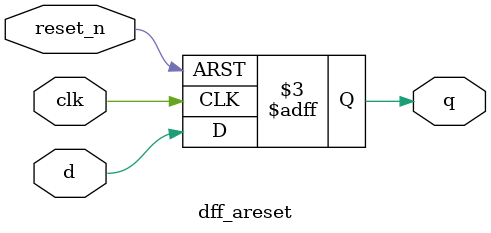
<source format=sv>
 module dff_areset(
 input  logic d, clk, reset_n,
 output logic q
 );      
always_ff@(posedge clk, negedge reset_n)
 if(reset_n == 0)
 q <= 0;
 else
 q <= d; 
endmodule
</source>
